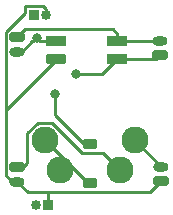
<source format=gbr>
%TF.GenerationSoftware,KiCad,Pcbnew,7.0.5*%
%TF.CreationDate,2023-12-15T15:58:09-05:00*%
%TF.ProjectId,amoebe_streamline,616d6f65-6265-45f7-9374-7265616d6c69,rev?*%
%TF.SameCoordinates,Original*%
%TF.FileFunction,Copper,L1,Top*%
%TF.FilePolarity,Positive*%
%FSLAX46Y46*%
G04 Gerber Fmt 4.6, Leading zero omitted, Abs format (unit mm)*
G04 Created by KiCad (PCBNEW 7.0.5) date 2023-12-15 15:58:09*
%MOMM*%
%LPD*%
G01*
G04 APERTURE LIST*
G04 Aperture macros list*
%AMRoundRect*
0 Rectangle with rounded corners*
0 $1 Rounding radius*
0 $2 $3 $4 $5 $6 $7 $8 $9 X,Y pos of 4 corners*
0 Add a 4 corners polygon primitive as box body*
4,1,4,$2,$3,$4,$5,$6,$7,$8,$9,$2,$3,0*
0 Add four circle primitives for the rounded corners*
1,1,$1+$1,$2,$3*
1,1,$1+$1,$4,$5*
1,1,$1+$1,$6,$7*
1,1,$1+$1,$8,$9*
0 Add four rect primitives between the rounded corners*
20,1,$1+$1,$2,$3,$4,$5,0*
20,1,$1+$1,$4,$5,$6,$7,0*
20,1,$1+$1,$6,$7,$8,$9,0*
20,1,$1+$1,$8,$9,$2,$3,0*%
G04 Aperture macros list end*
%TA.AperFunction,ComponentPad*%
%ADD10R,0.850000X0.850000*%
%TD*%
%TA.AperFunction,ComponentPad*%
%ADD11O,0.850000X0.850000*%
%TD*%
%TA.AperFunction,ComponentPad*%
%ADD12C,2.286000*%
%TD*%
%TA.AperFunction,ComponentPad*%
%ADD13RoundRect,0.200000X0.450000X-0.200000X0.450000X0.200000X-0.450000X0.200000X-0.450000X-0.200000X0*%
%TD*%
%TA.AperFunction,ComponentPad*%
%ADD14O,1.300000X0.800000*%
%TD*%
%TA.AperFunction,SMDPad,CuDef*%
%ADD15RoundRect,0.225000X0.375000X-0.225000X0.375000X0.225000X-0.375000X0.225000X-0.375000X-0.225000X0*%
%TD*%
%TA.AperFunction,ComponentPad*%
%ADD16RoundRect,0.200000X-0.450000X0.200000X-0.450000X-0.200000X0.450000X-0.200000X0.450000X0.200000X0*%
%TD*%
%TA.AperFunction,SMDPad,CuDef*%
%ADD17R,1.700000X0.820000*%
%TD*%
%TA.AperFunction,SMDPad,CuDef*%
%ADD18RoundRect,0.205000X0.645000X0.205000X-0.645000X0.205000X-0.645000X-0.205000X0.645000X-0.205000X0*%
%TD*%
%TA.AperFunction,ViaPad*%
%ADD19C,0.800000*%
%TD*%
%TA.AperFunction,Conductor*%
%ADD20C,0.250000*%
%TD*%
G04 APERTURE END LIST*
D10*
%TO.P,J5,1,Pin_1*%
%TO.N,/VSS*%
X139623800Y-108356400D03*
D11*
%TO.P,J5,2,Pin_2*%
%TO.N,/C*%
X138623800Y-108356400D03*
%TD*%
D12*
%TO.P,S1,1*%
%TO.N,/R*%
X146964400Y-102895400D03*
X145694400Y-105435400D03*
%TO.P,S1,2*%
%TO.N,Net-(D1-A)*%
X140614400Y-105435400D03*
X139344400Y-102895400D03*
%TD*%
D13*
%TO.P,J3,1,Pin_1*%
%TO.N,/DOUT*%
X149072600Y-95707200D03*
D14*
%TO.P,J3,2,Pin_2*%
%TO.N,/VDD*%
X149072600Y-94457200D03*
%TD*%
D15*
%TO.P,D1,1,A*%
%TO.N,Net-(D1-A)*%
X143205200Y-106527600D03*
%TO.P,D1,2,K*%
%TO.N,/C*%
X143205200Y-103227600D03*
%TD*%
D16*
%TO.P,J4,1,Pin_1*%
%TO.N,/R*%
X137007600Y-105150600D03*
D14*
%TO.P,J4,2,Pin_2*%
%TO.N,/VSS*%
X137007600Y-106400600D03*
%TD*%
D17*
%TO.P,D2,1,VDD*%
%TO.N,/VDD*%
X145435000Y-94512000D03*
%TO.P,D2,2,DOUT*%
%TO.N,/DOUT*%
X145435000Y-96012000D03*
D18*
%TO.P,D2,3,VSS*%
%TO.N,/VSS*%
X140335000Y-96012000D03*
D17*
%TO.P,D2,4,DIN*%
%TO.N,/DIN*%
X140335000Y-94512000D03*
%TD*%
D13*
%TO.P,J2,1,Pin_1*%
%TO.N,/VSS*%
X149201400Y-106365200D03*
D14*
%TO.P,J2,2,Pin_2*%
%TO.N,/R*%
X149201400Y-105115200D03*
%TD*%
D10*
%TO.P,J6,1,Pin_1*%
%TO.N,/C*%
X138430000Y-92278200D03*
D11*
%TO.P,J6,2,Pin_2*%
%TO.N,/VSS*%
X139430000Y-92278200D03*
%TD*%
D16*
%TO.P,J1,1,Pin_1*%
%TO.N,/VDD*%
X137033000Y-94152400D03*
D14*
%TO.P,J1,2,Pin_2*%
%TO.N,/DIN*%
X137033000Y-95402400D03*
%TD*%
D19*
%TO.N,/C*%
X140182600Y-99009200D03*
%TO.N,/DOUT*%
X141986000Y-97282000D03*
%TO.N,/DIN*%
X138684000Y-94234000D03*
%TD*%
D20*
%TO.N,Net-(D1-A)*%
X142976600Y-106527600D02*
X143205200Y-106527600D01*
X139344400Y-102895400D02*
X142976600Y-106527600D01*
%TO.N,/C*%
X140182600Y-99009200D02*
X140182600Y-100733731D01*
X140182600Y-100733731D02*
X142854269Y-103405400D01*
%TO.N,/VDD*%
X137676400Y-93509000D02*
X145094000Y-93509000D01*
X145094000Y-93509000D02*
X145450400Y-93865400D01*
X145450400Y-93865400D02*
X145450400Y-94525400D01*
X149004400Y-94525400D02*
X149072600Y-94457200D01*
X149072600Y-94457200D02*
X145518600Y-94457200D01*
X137033000Y-94152400D02*
X137676400Y-93509000D01*
X145518600Y-94457200D02*
X145450400Y-94525400D01*
%TO.N,/DOUT*%
X145450400Y-96025400D02*
X148754400Y-96025400D01*
X145450400Y-96025400D02*
X144193800Y-97282000D01*
X148754400Y-96025400D02*
X149072600Y-95707200D01*
X144193800Y-97282000D02*
X141986000Y-97282000D01*
%TO.N,/VSS*%
X148264000Y-107302600D02*
X139700000Y-107302600D01*
X139180000Y-91528200D02*
X137680000Y-91528200D01*
X136032600Y-100343200D02*
X136032600Y-105825600D01*
X137680000Y-91528200D02*
X137680000Y-92107396D01*
X140350400Y-96025400D02*
X136032600Y-100343200D01*
X137909600Y-107302600D02*
X137007600Y-106400600D01*
X139623800Y-108356400D02*
X139623800Y-107378800D01*
X139623800Y-107378800D02*
X139700000Y-107302600D01*
X149201400Y-106365200D02*
X148264000Y-107302600D01*
X139700000Y-107302600D02*
X137909600Y-107302600D01*
X136032600Y-105825600D02*
X136607600Y-106400600D01*
X136607600Y-106400600D02*
X137007600Y-106400600D01*
X137680000Y-92107396D02*
X136032600Y-93754796D01*
X139430000Y-92278200D02*
X139430000Y-91778200D01*
X136032600Y-93754796D02*
X136032600Y-100343200D01*
X139430000Y-91778200D02*
X139180000Y-91528200D01*
%TO.N,/DIN*%
X138392600Y-94525400D02*
X138684000Y-94234000D01*
X137033000Y-95402400D02*
X137433000Y-95402400D01*
X138684000Y-94234000D02*
X138975400Y-94525400D01*
X137433000Y-95402400D02*
X138310000Y-94525400D01*
X138310000Y-94525400D02*
X138392600Y-94525400D01*
X138975400Y-94525400D02*
X140350400Y-94525400D01*
%TO.N,/R*%
X138736334Y-101427400D02*
X139952466Y-101427400D01*
X137499266Y-105150600D02*
X137876400Y-104773466D01*
X149184200Y-105115200D02*
X146964400Y-102895400D01*
X137007600Y-105150600D02*
X137499266Y-105150600D01*
X142527666Y-104002600D02*
X144261600Y-104002600D01*
X149201400Y-105115200D02*
X149184200Y-105115200D01*
X139952466Y-101427400D02*
X142527666Y-104002600D01*
X137876400Y-102287334D02*
X138736334Y-101427400D01*
X137876400Y-104773466D02*
X137876400Y-102287334D01*
X144261600Y-104002600D02*
X145694400Y-105435400D01*
%TD*%
M02*

</source>
